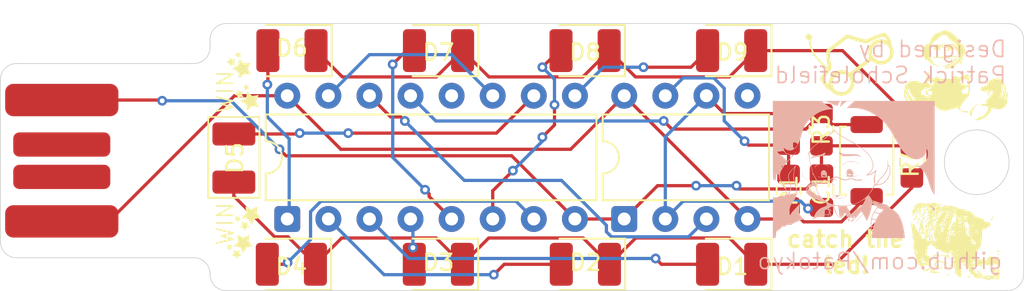
<source format=kicad_pcb>
(kicad_pcb (version 20241229) (generator "pcbnew") (generator_version "9.0")
  (layers (0 "F.Cu" signal) (2 "B.Cu" signal) (13 "F.Paste" user) (15 "B.Paste" user) (5 "F.SilkS" user "F.Silkscreen") (7 "B.SilkS" user "B.Silkscreen") (1 "F.Mask" user) (3 "B.Mask" user) (25 "Edge.Cuts" user))
  (net 0 "")
  (net 1 "Net-(U1-GND)")
  (net 2 "Net-(U1-THR)")
  (net 3 "Net-(D1-K)")
  (net 4 "Net-(D1-A)")
  (net 5 "Net-(D2-A)")
  (net 6 "Net-(D3-A)")
  (net 7 "Net-(D4-A)")
  (net 8 "Net-(D5-A)")
  (net 9 "Net-(D6-A)")
  (net 10 "Net-(D7-A)")
  (net 11 "Net-(D8-A)")
  (net 12 "Net-(D9-A)")
  (net 13 "Net-(U1-R)")
  (net 14 "Net-(U1-DIS)")
  (net 15 "Net-(U2-CKEN)")
  (net 16 "Net-(U1-Q)")
  (net 19 "Net-(U2-Q9)")
  (footprint "LED_SMD:LED_1210_3225Metric_Pad1.42x2.65mm_HandSolder" (layer "F.Cu") (at 160.861 106.0785 180)
    (property "Reference" "D1" (at -0.0495 -0.142 0) (layer "F.SilkS"))
    (property "Value" "LED")
    (pad "1" smd roundrect (at -1.4875 0 180) (size 1.425 2.65) (layers "F.Cu" "F.Mask" "F.Paste") (roundrect_rratio 0.175439) (net 3 "Net-(D1-K)"))
    (pad "2" smd roundrect (at 1.4875 0 180) (size 1.425 2.65) (layers "F.Cu" "F.Mask" "F.Paste") (roundrect_rratio 0.175439) (net 4 "Net-(D1-A)"))
  )
  (footprint "graphics:stars" (layer "F.Cu") (at 130.4105 93.7205 90)
    (property "Reference" "G" (hide yes))
    (property "Value" "LOGO" (hide yes))
  )
  (footprint "LED_SMD:LED_1210_3225Metric_Pad1.42x2.65mm_HandSolder" (layer "F.Cu") (at 142.733 106.0785 180)
    (property "Reference" "D3" (at 0 0.108 0) (layer "F.SilkS"))
    (property "Value" "LED")
    (pad "1" smd roundrect (at -1.4875 0 180) (size 1.425 2.65) (layers "F.Cu" "F.Mask" "F.Paste") (roundrect_rratio 0.175439) (net 3 "Net-(D1-K)"))
    (pad "2" smd roundrect (at 1.4875 0 180) (size 1.425 2.65) (layers "F.Cu" "F.Mask" "F.Paste") (roundrect_rratio 0.175439) (net 6 "Net-(D3-A)"))
  )
  (footprint "graphics:yak" (layer "F.Cu") (at 174.4105 104.4705)
    (property "Reference" "G***" (hide yes))
    (property "Value" "LOGO" (hide yes))
  )
  (footprint "LED_SMD:LED_1210_3225Metric_Pad1.42x2.65mm_HandSolder" (layer "F.Cu") (at 130.0905 99.511 90)
    (property "Reference" "D5" (at 0 0.07 90) (layer "F.SilkS"))
    (property "Value" "LED")
    (pad "1" smd roundrect (at -1.4875 0 90) (size 1.425 2.65) (layers "F.Cu" "F.Mask" "F.Paste") (roundrect_rratio 0.175439) (net 3 "Net-(D1-K)"))
    (pad "2" smd roundrect (at 1.4875 0 90) (size 1.425 2.65) (layers "F.Cu" "F.Mask" "F.Paste") (roundrect_rratio 0.175439) (net 8 "Net-(D5-A)"))
  )
  (footprint "Button_Switch_SMD:SW_SPST_TS-1088-xR020" (layer "F.Cu") (at 169.2065 99.6675 90)
    (property "Reference" "SW1" (hide yes))
    (property "Value" "SW_Push")
    (pad "1" smd roundrect (at -2.225 0 90) (size 1.05 2) (layers "F.Cu" "F.Mask" "F.Paste") (roundrect_rratio 0.2380952381) (net 13 "Net-(U1-R)"))
    (pad "2" smd roundrect (at 2.225 0 90) (size 1.05 2) (layers "F.Cu" "F.Mask" "F.Paste") (roundrect_rratio 0.2380952381) (net 15 "Net-(U2-CKEN)"))
  )
  (footprint "LED_SMD:LED_1210_3225Metric_Pad1.42x2.65mm_HandSolder" (layer "F.Cu") (at 160.861 92.8705 180)
    (property "Reference" "D9" (at -0.0495 -0.1 0) (layer "F.SilkS"))
    (property "Value" "LED")
    (pad "1" smd roundrect (at -1.4875 0 180) (size 1.425 2.65) (layers "F.Cu" "F.Mask" "F.Paste") (roundrect_rratio 0.175439) (net 3 "Net-(D1-K)"))
    (pad "2" smd roundrect (at 1.4875 0 180) (size 1.425 2.65) (layers "F.Cu" "F.Mask" "F.Paste") (roundrect_rratio 0.175439) (net 12 "Net-(D9-A)"))
  )
  (footprint "Package_DIP:DIP-16_W7.62mm" (layer "F.Cu") (at 133.3925 103.2795 90)
    (property "Reference" "U2" (hide yes))
    (property "Value" "4017")
    (pad "1" thru_hole roundrect (at 0 0 90) (size 1.6 1.6) (drill 0.8) (layers "*.Cu" "*.Mask") (roundrect_rratio 0.15625) (net 9 "Net-(D6-A)"))
    (pad "2" thru_hole circle (at 0 2.54 90) (size 1.6 1.6) (drill 0.8) (layers "*.Cu" "*.Mask") (net 5 "Net-(D2-A)"))
    (pad "3" thru_hole circle (at 0 5.08 90) (size 1.6 1.6) (drill 0.8) (layers "*.Cu" "*.Mask") (net 4 "Net-(D1-A)"))
    (pad "4" thru_hole circle (at 0 7.62 90) (size 1.6 1.6) (drill 0.8) (layers "*.Cu" "*.Mask") (net 6 "Net-(D3-A)"))
    (pad "5" thru_hole circle (at 0 10.16 90) (size 1.6 1.6) (drill 0.8) (layers "*.Cu" "*.Mask") (net 10 "Net-(D7-A)"))
    (pad "6" thru_hole circle (at 0 12.7 90) (size 1.6 1.6) (drill 0.8) (layers "*.Cu" "*.Mask") (net 11 "Net-(D8-A)"))
    (pad "7" thru_hole circle (at 0 15.24 90) (size 1.6 1.6) (drill 0.8) (layers "*.Cu" "*.Mask") (net 7 "Net-(D4-A)"))
    (pad "8" thru_hole circle (at 0 17.78 90) (size 1.6 1.6) (drill 0.8) (layers "*.Cu" "*.Mask") (net 1 "Net-(U1-GND)"))
    (pad "9" thru_hole circle (at 7.62 17.78 90) (size 1.6 1.6) (drill 0.8) (layers "*.Cu" "*.Mask") (net 12 "Net-(D9-A)"))
    (pad "10" thru_hole circle (at 7.62 15.24 90) (size 1.6 1.6) (drill 0.8) (layers "*.Cu" "*.Mask") (net 8 "Net-(D5-A)"))
    (pad "11" thru_hole circle (at 7.62 12.7 90) (size 1.6 1.6) (drill 0.8) (layers "*.Cu" "*.Mask") (net 19 "Net-(U2-Q9)"))
    (pad "12" thru_hole circle (at 7.62 10.16 90) (size 1.6 1.6) (drill 0.8) (layers "*.Cu" "*.Mask"))
    (pad "13" thru_hole circle (at 7.62 7.62 90) (size 1.6 1.6) (drill 0.8) (layers "*.Cu" "*.Mask") (net 15 "Net-(U2-CKEN)"))
    (pad "14" thru_hole circle (at 7.62 5.08 90) (size 1.6 1.6) (drill 0.8) (layers "*.Cu" "*.Mask") (net 16 "Net-(U1-Q)"))
    (pad "15" thru_hole circle (at 7.62 2.54 90) (size 1.6 1.6) (drill 0.8) (layers "*.Cu" "*.Mask") (net 19 "Net-(U2-Q9)"))
    (pad "16" thru_hole circle (at 7.62 0 90) (size 1.6 1.6) (drill 0.8) (layers "*.Cu" "*.Mask") (net 13 "Net-(U1-R)"))
  )
  (footprint "Resistor_SMD:R_0805_2012Metric_Pad1.20x1.40mm_HandSolder" (layer "F.Cu") (at 164.3805 97.7125 90)
    (property "Reference" "R2" (at -0.008 0.03 90) (layer "F.SilkS"))
    (property "Value" "1k")
    (pad "1" smd roundrect (at -1 0 90) (size 1.2 1.4) (layers "F.Cu" "F.Mask" "F.Paste") (roundrect_rratio 0.208333) (net 14 "Net-(U1-DIS)"))
    (pad "2" smd roundrect (at 1 0 90) (size 1.2 1.4) (layers "F.Cu" "F.Mask" "F.Paste") (roundrect_rratio 0.208333) (net 2 "Net-(U1-THR)"))
  )
  (footprint "LED_SMD:LED_1210_3225Metric_Pad1.42x2.65mm_HandSolder" (layer "F.Cu") (at 133.6465 106.0785 180)
    (property "Reference" "D4" (at 0 -0.142 0) (layer "F.SilkS"))
    (property "Value" "LED")
    (pad "1" smd roundrect (at -1.4875 0 180) (size 1.425 2.65) (layers "F.Cu" "F.Mask" "F.Paste") (roundrect_rratio 0.175439) (net 3 "Net-(D1-K)"))
    (pad "2" smd roundrect (at 1.4875 0 180) (size 1.425 2.65) (layers "F.Cu" "F.Mask" "F.Paste") (roundrect_rratio 0.175439) (net 7 "Net-(D4-A)"))
  )
  (footprint "Resistor_SMD:R_0805_2012Metric_Pad1.20x1.40mm_HandSolder" (layer "F.Cu") (at 166.4125 97.7555 -90)
    (property "Reference" "R3" (at 0 0.002 90) (layer "F.SilkS"))
    (property "Value" "10k")
    (pad "1" smd roundrect (at -1 0 270) (size 1.2 1.4) (layers "F.Cu" "F.Mask" "F.Paste") (roundrect_rratio 0.208333) (net 15 "Net-(U2-CKEN)"))
    (pad "2" smd roundrect (at 1 0 270) (size 1.2 1.4) (layers "F.Cu" "F.Mask" "F.Paste") (roundrect_rratio 0.208333) (net 1 "Net-(U1-GND)"))
  )
  (footprint "graphics:jellycar" (layer "F.Cu") (at 168.145226 93.332212)
    (property "Reference" "G***" (hide yes))
    (property "Value" "LOGO" (hide yes))
  )
  (footprint "LED_SMD:LED_1210_3225Metric_Pad1.42x2.65mm_HandSolder" (layer "F.Cu") (at 133.683 92.8705 180)
    (property "Reference" "D6" (at 0 0.15 0) (layer "F.SilkS"))
    (property "Value" "LED")
    (pad "1" smd roundrect (at -1.4875 0 180) (size 1.425 2.65) (layers "F.Cu" "F.Mask" "F.Paste") (roundrect_rratio 0.175439) (net 3 "Net-(D1-K)"))
    (pad "2" smd roundrect (at 1.4875 0 180) (size 1.425 2.65) (layers "F.Cu" "F.Mask" "F.Paste") (roundrect_rratio 0.175439) (net 9 "Net-(D6-A)"))
  )
  (footprint "Resistor_SMD:R_0805_2012Metric_Pad1.20x1.40mm_HandSolder" (layer "F.Cu") (at 164.3805 101.5225 90)
    (property "Reference" "R1" (at 0 0.03 90) (layer "F.SilkS"))
    (property "Value" "4k7")
    (pad "1" smd roundrect (at -1 0 90) (size 1.2 1.4) (layers "F.Cu" "F.Mask" "F.Paste") (roundrect_rratio 0.208333) (net 13 "Net-(U1-R)"))
    (pad "2" smd roundrect (at 1 0 90) (size 1.2 1.4) (layers "F.Cu" "F.Mask" "F.Paste") (roundrect_rratio 0.208333) (net 14 "Net-(U1-DIS)"))
  )
  (footprint "graphics:stars" (layer "F.Cu") (at 130.9105 95.7205 90)
    (property "Reference" "G" (hide yes))
    (property "Value" "LOGO" (hide yes))
  )
  (footprint "graphics:winton" (layer "F.Cu") (at 174.6605 94.4705)
    (property "Reference" "G***" (hide yes))
    (property "Value" "LOGO" (hide yes))
  )
  (footprint "LED_SMD:LED_1210_3225Metric_Pad1.42x2.65mm_HandSolder" (layer "F.Cu") (at 151.801667 92.8705 180)
    (property "Reference" "D8" (at 0 -0.1 0) (layer "F.SilkS"))
    (property "Value" "LED")
    (pad "1" smd roundrect (at -1.4875 0 180) (size 1.425 2.65) (layers "F.Cu" "F.Mask" "F.Paste") (roundrect_rratio 0.175439) (net 3 "Net-(D1-K)"))
    (pad "2" smd roundrect (at 1.4875 0 180) (size 1.425 2.65) (layers "F.Cu" "F.Mask" "F.Paste") (roundrect_rratio 0.175439) (net 11 "Net-(D8-A)"))
  )
  (footprint "Package_DIP:DIP-8_W7.62mm" (layer "F.Cu") (at 154.2205 103.2795 90)
    (property "Reference" "U1" (hide yes))
    (property "Value" "NE555P")
    (pad "1" thru_hole roundrect (at 0 0 90) (size 1.6 1.6) (drill 0.8) (layers "*.Cu" "*.Mask") (roundrect_rratio 0.15625) (net 1 "Net-(U1-GND)"))
    (pad "2" thru_hole circle (at 0 2.54 90) (size 1.6 1.6) (drill 0.8) (layers "*.Cu" "*.Mask") (net 2 "Net-(U1-THR)"))
    (pad "3" thru_hole circle (at 0 5.08 90) (size 1.6 1.6) (drill 0.8) (layers "*.Cu" "*.Mask") (net 16 "Net-(U1-Q)"))
    (pad "4" thru_hole circle (at 0 7.62 90) (size 1.6 1.6) (drill 0.8) (layers "*.Cu" "*.Mask") (net 13 "Net-(U1-R)"))
    (pad "5" thru_hole circle (at 7.62 7.62 90) (size 1.6 1.6) (drill 0.8) (layers "*.Cu" "*.Mask"))
    (pad "6" thru_hole circle (at 7.62 5.08 90) (size 1.6 1.6) (drill 0.8) (layers "*.Cu" "*.Mask") (net 2 "Net-(U1-THR)"))
    (pad "7" thru_hole circle (at 7.62 2.54 90) (size 1.6 1.6) (drill 0.8) (layers "*.Cu" "*.Mask") (net 14 "Net-(U1-DIS)"))
    (pad "8" thru_hole circle (at 7.62 0 90) (size 1.6 1.6) (drill 0.8) (layers "*.Cu" "*.Mask") (net 13 "Net-(U1-R)"))
  )
  (footprint "LED_SMD:LED_1210_3225Metric_Pad1.42x2.65mm_HandSolder" (layer "F.Cu") (at 151.8195 106.0785 180)
    (property "Reference" "D2" (at 0 0.108 0) (layer "F.SilkS"))
    (property "Value" "LED")
    (pad "1" smd roundrect (at -1.4875 0 180) (size 1.425 2.65) (layers "F.Cu" "F.Mask" "F.Paste") (roundrect_rratio 0.175439) (net 3 "Net-(D1-K)"))
    (pad "2" smd roundrect (at 1.4875 0 180) (size 1.425 2.65) (layers "F.Cu" "F.Mask" "F.Paste") (roundrect_rratio 0.175439) (net 5 "Net-(D2-A)"))
  )
  (footprint "graphics:stars" (layer "F.Cu") (at 130.9105 103.2205 180)
    (property "Reference" "G" (hide yes))
    (property "Value" "LOGO" (hide yes))
  )
  (footprint "Capacitor_SMD:C_0805_2012Metric_Pad1.18x1.45mm_HandSolder" (layer "F.Cu") (at 166.4125 101.528 90)
    (property "Reference" "C1" (at 0.0575 -0.002 90) (layer "F.SilkS"))
    (property "Value" "10u")
    (pad "1" smd roundrect (at -1.0375 0 90) (size 1.175 1.45) (layers "F.Cu" "F.Mask" "F.Paste") (roundrect_rratio 0.212766) (net 2 "Net-(U1-THR)"))
    (pad "2" smd roundrect (at 1.0375 0 90) (size 1.175 1.45) (layers "F.Cu" "F.Mask" "F.Paste") (roundrect_rratio 0.212766) (net 1 "Net-(U1-GND)"))
  )
  (footprint "Resistor_SMD:R_0805_2012Metric_Pad1.20x1.40mm_HandSolder" (layer "F.Cu") (at 172.0005 99.7445 90)
    (property "Reference" "R4" (at 0 -0.09 90) (layer "F.SilkS"))
    (property "Value" "330")
    (pad "1" smd roundrect (at -1 0 90) (size 1.2 1.4) (layers "F.Cu" "F.Mask" "F.Paste") (roundrect_rratio 0.208333) (net 3 "Net-(D1-K)"))
    (pad "2" smd roundrect (at 1 0 90) (size 1.2 1.4) (layers "F.Cu" "F.Mask" "F.Paste") (roundrect_rratio 0.208333) (net 1 "Net-(U1-GND)"))
  )
  (footprint "graphics:stars" (layer "F.Cu") (at 130.4105 104.9705 180)
    (property "Reference" "G" (hide yes))
    (property "Value" "LOGO" (hide yes))
  )
  (footprint "LED_SMD:LED_1210_3225Metric_Pad1.42x2.65mm_HandSolder" (layer "F.Cu") (at 142.742333 92.8705 180)
    (property "Reference" "D7" (at 0 -0.1 0) (layer "F.SilkS"))
    (property "Value" "LED")
    (pad "1" smd roundrect (at -1.4875 0 180) (size 1.425 2.65) (layers "F.Cu" "F.Mask" "F.Paste") (roundrect_rratio 0.175439) (net 3 "Net-(D1-K)"))
    (pad "2" smd roundrect (at 1.4875 0 180) (size 1.425 2.65) (layers "F.Cu" "F.Mask" "F.Paste") (roundrect_rratio 0.175439) (net 10 "Net-(D7-A)"))
  )
  (footprint "custom_footprint_library:PCB_USB_connector" (layer "F.Cu") (at 119.454 99.6765)
    (property "Reference" "U3" (hide yes))
    (property "Value" "~")
    (pad "1" smd roundrect (at 0 3.75) (size 7 2) (layers "F.Cu" "F.Mask" "F.Paste") (net 13 "Net-(U1-R)"))
    (pad "2" smd roundrect (at 0 1) (size 6 1.5) (layers "F.Cu" "F.Mask" "F.Paste"))
    (pad "3" smd roundrect (at 0 -1) (size 6 1.5) (layers "F.Cu" "F.Mask" "F.Paste"))
    (pad "4" smd roundrect (at 0 -3.75) (size 7 2) (layers "F.Cu" "F.Mask" "F.Paste") (net 1 "Net-(U1-GND)"))
  )
  (footprint "graphics:hazel10" (layer "B.Cu") (at 168.4105 100.2205 180)
    (property "Reference" "G***" (hide yes))
    (property "Value" "LOGO" (hide yes))
  )
  (gr_line (start 131.6605 96.9705) (end 131.6755 97.911) (stroke (width 0.1)) (layer "F.SilkS"))
  (gr_line (start 128.5055 96.9705) (end 131.6605 96.9705) (stroke (width 0.1)) (layer "F.SilkS"))
  (gr_line (start 128.5055 97.911) (end 128.5055 96.9705) (stroke (width 0.1)) (layer "F.SilkS"))
  (gr_line (start 178.910991 92.1945) (end 178.910991 106.7045) (stroke (width 0.05)) (layer "Edge.Cuts"))
  (gr_line (start 128.618991 92.6705) (end 128.618991 92.1945) (stroke (width 0.05)) (layer "Edge.Cuts"))
  (gr_arc (start 128.618991 92.6705) (mid 128.326098 93.377607) (end 127.618991 93.6705) (stroke (width 0.05)) (layer "Edge.Cuts"))
  (gr_line (start 127.618991 105.6725) (end 116.6605 105.6725) (stroke (width 0.05)) (layer "Edge.Cuts"))
  (gr_circle (center 176.0105 99.7705) (end 178.0105 99.7705) (stroke (width 0.05)) (fill no) (layer "Edge.Cuts"))
  (gr_line (start 128.618991 106.7045) (end 128.618991 106.6725) (stroke (width 0.05)) (layer "Edge.Cuts"))
  (gr_arc (start 127.618991 105.6725) (mid 128.326098 105.965393) (end 128.618991 106.6725) (stroke (width 0.05)) (layer "Edge.Cuts"))
  (gr_arc (start 129.618991 107.7045) (mid 128.911884 107.411607) (end 128.618991 106.7045) (stroke (width 0.05)) (layer "Edge.Cuts"))
  (gr_line (start 116.6605 93.6705) (end 127.618991 93.6705) (stroke (width 0.05)) (layer "Edge.Cuts"))
  (gr_arc (start 178.910991 106.7045) (mid 178.618097 107.411604) (end 177.910991 107.7045) (stroke (width 0.05)) (layer "Edge.Cuts"))
  (gr_arc (start 177.910991 91.1945) (mid 178.618104 91.48739) (end 178.910991 92.1945) (stroke (width 0.05)) (layer "Edge.Cuts"))
  (gr_arc (start 115.6605 94.6705) (mid 115.953393 93.96339) (end 116.6605 93.6705) (stroke (width 0.05)) (layer "Edge.Cuts"))
  (gr_arc (start 116.6605 105.6725) (mid 115.953399 105.379604) (end 115.6605 104.6725) (stroke (width 0.05)) (layer "Edge.Cuts"))
  (gr_line (start 115.6605 104.6725) (end 115.6605 94.6705) (stroke (width 0.05)) (layer "Edge.Cuts"))
  (gr_line (start 129.618991 91.1945) (end 177.910991 91.1945) (stroke (width 0.05)) (layer "Edge.Cuts"))
  (gr_arc (start 128.618991 92.1945) (mid 128.911884 91.487393) (end 129.618991 91.1945) (stroke (width 0.05)) (layer "Edge.Cuts"))
  (gr_line (start 177.910991 107.7045) (end 129.618991 107.7045) (stroke (width 0.05)) (layer "Edge.Cuts"))
  (gr_text "catch the\n   led!" (at 164.1605 106.7205 0) (layer "F.SilkS") (effects (font (size 1 1) (thickness 0.2) (bold yes)) (justify left bottom)))
  (gr_text "WIN" (at 130.1605 96.814797 90) (layer "F.SilkS") (effects (font (size 1 1) (thickness 0.1)) (justify left bottom)))
  (gr_text "WIN" (at 130.1605 104.9705 90) (layer "F.SilkS") (effects (font (size 1 1) (thickness 0.1)) (justify left bottom)))
  (gr_text "github.com/Patokyo" (at 177.6605 106.4705 0) (layer "B.SilkS") (effects (font (size 1 1) (thickness 0.1)) (justify left bottom mirror)))
  (gr_text "Designed by\nPatrick Scholefield" (at 177.9105 94.9705 0) (layer "B.SilkS") (effects (font (size 1 1) (thickness 0.1)) (justify left bottom mirror)))
  (segment (start 119.454 95.9265) (end 125.6165 95.9265) (width 0.2) (layer "F.Cu") (net 1))
  (segment (start 133.3115 99.3715) (end 147.2645 99.3715) (width 0.2) (layer "F.Cu") (net 1))
  (segment (start 171.9895 98.7555) (end 172.0005 98.7445) (width 0.2) (layer "F.Cu") (net 1))
  (segment (start 151.1725 103.2795) (end 154.2205 103.2795) (width 0.2) (layer "F.Cu") (net 1))
  (segment (start 156.2795 101.2205) (end 158.6605 101.2205) (width 0.2) (layer "F.Cu") (net 1))
  (segment (start 166.4125 100.4905) (end 166.4125 98.7555) (width 0.2) (layer "F.Cu") (net 1))
  (segment (start 166.4125 98.7555) (end 171.9895 98.7555) (width 0.2) (layer "F.Cu") (net 1))
  (segment (start 154.2205 103.2795) (end 156.2795 101.2205) (width 0.2) (layer "F.Cu") (net 1))
  (segment (start 125.6165 95.9265) (end 125.6605 95.9705) (width 0.2) (layer "F.Cu") (net 1))
  (segment (start 161.3635 101.4235) (end 165.4795 101.4235) (width 0.2) (layer "F.Cu") (net 1))
  (segment (start 165.4795 101.4235) (end 166.4125 100.4905) (width 0.2) (layer "F.Cu") (net 1))
  (segment (start 132.9105 98.9705) (end 133.3115 99.3715) (width 0.2) (layer "F.Cu") (net 1))
  (segment (start 147.2645 99.3715) (end 151.1725 103.2795) (width 0.2) (layer "F.Cu") (net 1))
  (segment (start 161.1605 101.2205) (end 161.3635 101.4235) (width 0.2) (layer "F.Cu") (net 1))
  (via (at 161.1605 101.2205) (size 0.6) (drill 0.3) (layers "F.Cu" "B.Cu") (net 1))
  (via (at 125.6605 95.9705) (size 0.6) (drill 0.3) (layers "F.Cu" "B.Cu") (net 1))
  (via (at 158.6605 101.2205) (size 0.6) (drill 0.3) (layers "F.Cu" "B.Cu") (net 1))
  (via (at 132.9105 98.9705) (size 0.6) (drill 0.3) (layers "F.Cu" "B.Cu") (net 1))
  (segment (start 158.6605 101.2205) (end 161.1605 101.2205) (width 0.2) (layer "B.Cu") (net 1))
  (segment (start 125.6605 95.9705) (end 129.9105 95.9705) (width 0.2) (layer "B.Cu") (net 1))
  (segment (start 129.9105 95.9705) (end 132.9105 98.9705) (width 0.2) (layer "B.Cu") (net 1))
  (segment (start 165.648403 102.5655) (end 165.5805 102.633403) (width 0.2) (layer "F.Cu") (net 2))
  (segment (start 159.3005 95.6595) (end 160.4015 96.7605) (width 0.2) (layer "F.Cu") (net 2))
  (segment (start 166.4125 102.5655) (end 165.648403 102.5655) (width 0.2) (layer "F.Cu") (net 2))
  (segment (start 164.3325 96.7605) (end 164.3805 96.7125) (width 0.2) (layer "F.Cu") (net 2))
  (segment (start 160.4015 96.7605) (end 164.3325 96.7605) (width 0.2) (layer "F.Cu") (net 2))
  (via (at 165.5805 102.633403) (size 0.6) (drill 0.3) (layers "F.Cu" "B.Cu") (net 2))
  (segment (start 157.8615 102.1785) (end 156.7605 103.2795) (width 0.2) (layer "B.Cu") (net 2))
  (segment (start 165.5805 102.633403) (end 165.125597 102.1785) (width 0.2) (layer "B.Cu") (net 2))
  (segment (start 156.7605 103.2795) (end 156.7605 98.1995) (width 0.2) (layer "B.Cu") (net 2))
  (segment (start 165.125597 102.1785) (end 157.8615 102.1785) (width 0.2) (layer "B.Cu") (net 2))
  (segment (start 156.7605 98.1995) (end 159.3005 95.6595) (width 0.2) (layer "B.Cu") (net 2))
  (segment (start 162.3485 106.0785) (end 160.7225 104.4525) (width 0.2) (layer "F.Cu") (net 3))
  (segment (start 136.76 104.4525) (end 135.134 106.0785) (width 0.2) (layer "F.Cu") (net 3))
  (segment (start 154.915167 94.4965) (end 153.289167 92.8705) (width 0.2) (layer "F.Cu") (net 3))
  (segment (start 151.663167 94.4965) (end 145.855833 94.4965) (width 0.2) (layer "F.Cu") (net 3))
  (segment (start 133.436 104.3805) (end 132.60734 104.3805) (width 0.2) (layer "F.Cu") (net 3))
  (segment (start 136.7965 94.4965) (end 135.1705 92.8705) (width 0.2) (layer "F.Cu") (net 3))
  (segment (start 142.603833 94.4965) (end 136.7965 94.4965) (width 0.2) (layer "F.Cu") (net 3))
  (segment (start 173.0015 98.15934) (end 167.71266 92.8705) (width 0.2) (layer "F.Cu") (net 3))
  (segment (start 144.229833 92.8705) (end 142.603833 94.4965) (width 0.2) (layer "F.Cu") (net 3))
  (segment (start 167.2665 106.0785) (end 162.3485 106.0785) (width 0.2) (layer "F.Cu") (net 3))
  (segment (start 172.0005 101.3445) (end 167.2665 106.0785) (width 0.2) (layer "F.Cu") (net 3))
  (segment (start 135.134 106.0785) (end 133.436 104.3805) (width 0.2) (layer "F.Cu") (net 3))
  (segment (start 132.60734 104.3805) (end 130.0905 101.86366) (width 0.2) (layer "F.Cu") (net 3))
  (segment (start 160.7225 94.4965) (end 154.915167 94.4965) (width 0.2) (layer "F.Cu") (net 3))
  (segment (start 153.307 106.0785) (end 151.681 104.4525) (width 0.2) (layer "F.Cu") (net 3))
  (segment (start 173.0015 99.7435) (end 173.0015 98.15934) (width 0.2) (layer "F.Cu") (net 3))
  (segment (start 145.8465 104.4525) (end 144.2205 106.0785) (width 0.2) (layer "F.Cu") (net 3))
  (segment (start 172.0005 100.7445) (end 172.0005 101.3445) (width 0.2) (layer "F.Cu") (net 3))
  (segment (start 172.0005 100.7445) (end 173.0015 99.7435) (width 0.2) (layer "F.Cu") (net 3))
  (segment (start 145.855833 94.4965) (end 144.229833 92.8705) (width 0.2) (layer "F.Cu") (net 3))
  (segment (start 144.2205 106.0785) (end 142.5945 104.4525) (width 0.2) (layer "F.Cu") (net 3))
  (segment (start 167.71266 92.8705) (end 162.3485 92.8705) (width 0.2) (layer "F.Cu") (net 3))
  (segment (start 160.7225 104.4525) (end 154.933 104.4525) (width 0.2) (layer "F.Cu") (net 3))
  (segment (start 142.5945 104.4525) (end 136.76 104.4525) (width 0.2) (layer "F.Cu") (net 3))
  (segment (start 154.933 104.4525) (end 153.307 106.0785) (width 0.2) (layer "F.Cu") (net 3))
  (segment (start 153.289167 92.8705) (end 151.663167 94.4965) (width 0.2) (layer "F.Cu") (net 3))
  (segment (start 151.681 104.4525) (end 145.8465 104.4525) (width 0.2) (layer "F.Cu") (net 3))
  (segment (start 130.0905 101.86366) (end 130.0905 100.9985) (width 0.2) (layer "F.Cu") (net 3))
  (segment (start 162.3485 92.8705) (end 160.7225 94.4965) (width 0.2) (layer "F.Cu") (net 3))
  (segment (start 159.3735 106.0785) (end 156.5185 106.0785) (width 0.2) (layer "F.Cu") (net 4))
  (segment (start 156.5185 106.0785) (end 156.1605 105.7205) (width 0.2) (layer "F.Cu") (net 4))
  (via (at 156.1605 105.7205) (size 0.6) (drill 0.3) (layers "F.Cu" "B.Cu") (net 4))
  (segment (start 140.9135 105.7205) (end 138.4725 103.2795) (width 0.2) (layer "B.Cu") (net 4))
  (segment (start 156.1605 105.7205) (end 140.9135 105.7205) (width 0.2) (layer "B.Cu") (net 4))
  (segment (start 150.332 106.0785) (end 146.8025 106.0785) (width 0.2) (layer "F.Cu") (net 5))
  (segment (start 146.8025 106.0785) (end 146.1605 106.7205) (width 0.2) (layer "F.Cu") (net 5))
  (via (at 146.1605 106.7205) (size 0.6) (drill 0.3) (layers "F.Cu" "B.Cu") (net 5))
  (segment (start 139.3735 106.7205) (end 135.9325 103.2795) (width 0.2) (layer "B.Cu") (net 5))
  (segment (start 146.1605 106.7205) (end 139.3735 106.7205) (width 0.2) (layer "B.Cu") (net 5))
  (segment (start 141.2455 106.0785) (end 141.2455 105.1375) (width 0.2) (layer "F.Cu") (net 6))
  (segment (start 141.2455 105.1375) (end 141.1605 105.0525) (width 0.2) (layer "F.Cu") (net 6))
  (via (at 141.1605 105.0525) (size 0.6) (drill 0.3) (layers "F.Cu" "B.Cu") (net 6))
  (segment (start 141.1605 105.0525) (end 141.1605 103.4275) (width 0.2) (layer "B.Cu") (net 6))
  (segment (start 141.1605 103.4275) (end 141.0125 103.2795) (width 0.2) (layer "B.Cu") (net 6))
  (segment (start 133.3025 106.0785) (end 133.4105 105.9705) (width 0.2) (layer "F.Cu") (net 7))
  (segment (start 132.159 106.0785) (end 133.3025 106.0785) (width 0.2) (layer "F.Cu") (net 7))
  (via (at 133.4105 105.9705) (size 0.6) (drill 0.3) (layers "F.Cu" "B.Cu") (net 7))
  (segment (start 147.5315 102.1785) (end 148.6325 103.2795) (width 0.2) (layer "B.Cu") (net 7))
  (segment (start 134.8315 102.82345) (end 135.47645 102.1785) (width 0.2) (layer "B.Cu") (net 7))
  (segment (start 133.4105 105.9705) (end 134.8315 104.5495) (width 0.2) (layer "B.Cu") (net 7))
  (segment (start 135.47645 102.1785) (end 147.5315 102.1785) (width 0.2) (layer "B.Cu") (net 7))
  (segment (start 134.8315 104.5495) (end 134.8315 102.82345) (width 0.2) (layer "B.Cu") (net 7))
  (segment (start 130.0905 98.0235) (end 134.1075 98.0235) (width 0.2) (layer "F.Cu") (net 8))
  (segment (start 137.1605 97.9705) (end 146.3215 97.9705) (width 0.2) (layer "F.Cu") (net 8))
  (segment (start 146.3215 97.9705) (end 148.6325 95.6595) (width 0.2) (layer "F.Cu") (net 8))
  (segment (start 134.1075 98.0235) (end 134.1605 97.9705) (width 0.2) (layer "F.Cu") (net 8))
  (via (at 134.1605 97.9705) (size 0.6) (drill 0.3) (layers "F.Cu" "B.Cu") (net 8))
  (via (at 137.1605 97.9705) (size 0.6) (drill 0.3) (layers "F.Cu" "B.Cu") (net 8))
  (segment (start 134.1605 97.9705) (end 137.1605 97.9705) (width 0.2) (layer "B.Cu") (net 8))
  (segment (start 132.1955 92.8705) (end 132.1955 94.9355) (width 0.2) (layer "F.Cu") (net 9))
  (segment (start 132.1955 94.9355) (end 132.1605 94.9705) (width 0.2) (layer "F.Cu") (net 9))
  (via (at 132.1605 94.9705) (size 0.6) (drill 0.3) (layers "F.Cu" "B.Cu") (net 9))
  (segment (start 133.5115 98.3215) (end 133.5115 103.1605) (width 0.2) (layer "B.Cu") (net 9))
  (segment (start 133.5115 103.1605) (end 133.3925 103.2795) (width 0.2) (layer "B.Cu") (net 9))
  (segment (start 132.1605 96.9705) (end 133.5115 98.3215) (width 0.2) (layer "B.Cu") (net 9))
  (segment (start 132.1605 94.9705) (end 132.1605 96.9705) (width 0.2) (layer "B.Cu") (net 9))
  (segment (start 141.9105 101.4705) (end 142.1605 101.7205) (width 0.2) (layer "F.Cu") (net 10))
  (segment (start 141.254833 92.8705) (end 140.7605 92.8705) (width 0.2) (layer "F.Cu") (net 10))
  (segment (start 140.7605 92.8705) (end 139.9105 93.7205) (width 0.2) (layer "F.Cu") (net 10))
  (segment (start 142.1605 101.7205) (end 142.1605 101.8875) (width 0.2) (layer "F.Cu") (net 10))
  (segment (start 142.1605 101.8875) (end 143.5525 103.2795) (width 0.2) (layer "F.Cu") (net 10))
  (via (at 141.9105 101.4705) (size 0.6) (drill 0.3) (layers "F.Cu" "B.Cu") (net 10))
  (via (at 139.9105 93.7205) (size 0.6) (drill 0.3) (layers "F.Cu" "B.Cu") (net 10))
  (segment (start 139.9105 93.7205) (end 139.9105 99.4705) (width 0.2) (layer "B.Cu") (net 10))
  (segment (start 139.9105 99.4705) (end 141.9105 101.4705) (width 0.2) (layer "B.Cu") (net 10))
  (segment (start 149.9105 96.2205) (end 149.9105 97.4705) (width 0.2) (layer "F.Cu") (net 11))
  (segment (start 150.1865 92.8705) (end 149.1605 93.8965) (width 0.2) (layer "F.Cu") (net 11))
  (segment (start 147.337735 100.293265) (end 146.0925 101.5385) (width 0.2) (layer "F.Cu") (net 11))
  (segment (start 149.9105 97.4705) (end 149.1605 98.2205) (width 0.2) (layer "F.Cu") (net 11))
  (segment (start 146.0925 101.5385) (end 146.0925 103.2795) (width 0.2) (layer "F.Cu") (net 11))
  (segment (start 150.314167 92.8705) (end 150.1865 92.8705) (width 0.2) (layer "F.Cu") (net 11))
  (via (at 147.337735 100.293265) (size 0.6) (drill 0.3) (layers "F.Cu" "B.Cu") (net 11))
  (via (at 149.1605 93.8965) (size 0.6) (drill 0.3) (layers "F.Cu" "B.Cu") (net 11))
  (via (at 149.1605 98.2205) (size 0.6) (drill 0.3) (layers "F.Cu" "B.Cu") (net 11))
  (via (at 149.9105 96.2205) (size 0.6) (drill 0.3) (layers "F.Cu" "B.Cu") (net 11))
  (segment (start 149.1605 93.8965) (end 149.9105 94.6465) (width 0.2) (layer "B.Cu") (net 11))
  (segment (start 149.1605 98.4705) (end 149.1605 98.2205) (width 0.2) (layer "B.Cu") (net 11))
  (segment (start 147.337735 100.293265) (end 149.1605 98.4705) (width 0.2) (layer "B.Cu") (net 11))
  (segment (start 149.9105 94.6465) (end 149.9105 96.2205) (width 0.2) (layer "B.Cu") (net 11))
  (segment (start 159.3735 92.8705) (end 158.3475 93.8965) (width 0.2) (layer "F.Cu") (net 12))
  (segment (start 158.3475 93.8965) (end 155.4105 93.8965) (width 0.2) (layer "F.Cu") (net 12))
  (via (at 155.4105 93.8965) (size 0.6) (drill 0.3) (layers "F.Cu" "B.Cu") (net 12))
  (segment (start 155.4105 93.8965) (end 152.9355 93.8965) (width 0.2) (layer "B.Cu") (net 12))
  (segment (start 152.9355 93.8965) (end 151.1725 95.6595) (width 0.2) (layer "B.Cu") (net 12))
  (segment (start 165.312 103.454) (end 167.645 103.454) (width 0.2) (layer "F.Cu") (net 13))
  (segment (start 119.454 103.4265) (end 122.36384 103.4265) (width 0.2) (layer "F.Cu") (net 13))
  (segment (start 161.8405 103.2795) (end 163.6235 103.2795) (width 0.2) (layer "F.Cu") (net 13))
  (segment (start 150.9095 98.9705) (end 154.2205 95.6595) (width 0.2) (layer "F.Cu") (net 13))
  (segment (start 164.3805 102.5225) (end 165.312 103.454) (width 0.2) (layer "F.Cu") (net 13))
  (segment (start 136.7035 98.9705) (end 150.9095 98.9705) (width 0.2) (layer "F.Cu") (net 13))
  (segment (start 163.6235 103.2795) (end 164.3805 102.5225) (width 0.2) (layer "F.Cu") (net 13))
  (segment (start 122.36384 103.4265) (end 130.13084 95.6595) (width 0.2) (layer "F.Cu") (net 13))
  (segment (start 154.2205 95.6595) (end 161.8405 103.2795) (width 0.2) (layer "F.Cu") (net 13))
  (segment (start 167.645 103.454) (end 169.2065 101.8925) (width 0.2) (layer "F.Cu") (net 13))
  (segment (start 133.3925 95.6595) (end 136.7035 98.9705) (width 0.2) (layer "F.Cu") (net 13))
  (segment (start 130.13084 95.6595) (end 133.3925 95.6595) (width 0.2) (layer "F.Cu") (net 13))
  (segment (start 164.3805 98.7125) (end 161.9025 98.7125) (width 0.2) (layer "F.Cu") (net 14))
  (segment (start 164.3805 100.5225) (end 164.3805 98.7125) (width 0.2) (layer "F.Cu") (net 14))
  (segment (start 161.9025 98.7125) (end 161.6605 98.4705) (width 0.2) (layer "F.Cu") (net 14))
  (via (at 161.6605 98.4705) (size 0.6) (drill 0.3) (layers "F.Cu" "B.Cu") (net 14))
  (segment (start 157.8615 94.5585) (end 156.7605 95.6595) (width 0.2) (layer "B.Cu") (net 14))
  (segment (start 161.6605 98.4705) (end 160.4015 97.2115) (width 0.2) (layer "B.Cu") (net 14))
  (segment (start 160.4015 95.20345) (end 159.75655 94.5585) (width 0.2) (layer "B.Cu") (net 14))
  (segment (start 160.4015 97.2115) (end 160.4015 95.20345) (width 0.2) (layer "B.Cu") (net 14))
  (segment (start 159.75655 94.5585) (end 157.8615 94.5585) (width 0.2) (layer "B.Cu") (net 14))
  (segment (start 166.4125 96.7555) (end 165.4475 97.7205) (width 0.2) (layer "F.Cu") (net 15))
  (segment (start 165.4475 97.7205) (end 157.1605 97.7205) (width 0.2) (layer "F.Cu") (net 15))
  (segment (start 167.0995 97.4425) (end 166.4125 96.7555) (width 0.2) (layer "F.Cu") (net 15))
  (segment (start 157.1605 97.7205) (end 156.6605 97.2205) (width 0.2) (layer "F.Cu") (net 15))
  (segment (start 169.2065 97.4425) (end 167.0995 97.4425) (width 0.2) (layer "F.Cu") (net 15))
  (via (at 156.6605 97.2205) (size 0.6) (drill 0.3) (layers "F.Cu" "B.Cu") (net 15))
  (segment (start 156.6605 97.2205) (end 142.5735 97.2205) (width 0.2) (layer "B.Cu") (net 15))
  (segment (start 142.5735 97.2205) (end 141.0125 95.6595) (width 0.2) (layer "B.Cu") (net 15))
  (segment (start 140.4105 96.9705) (end 139.7835 96.9705) (width 0.2) (layer "F.Cu") (net 16))
  (segment (start 139.7835 96.9705) (end 138.4725 95.6595) (width 0.2) (layer "F.Cu") (net 16))
  (segment (start 140.6605 97.2205) (end 140.4105 96.9705) (width 0.2) (layer "F.Cu") (net 16))
  (via (at 140.6605 97.2205) (size 0.6) (drill 0.3) (layers "F.Cu" "B.Cu") (net 16))
  (segment (start 153.1195 104.06466) (end 153.1195 103.66945) (width 0.2) (layer "B.Cu") (net 16))
  (segment (start 144.334265 100.894265) (end 140.6605 97.2205) (width 0.2) (layer "B.Cu") (net 16))
  (segment (start 158.1995 104.3805) (end 153.43534 104.3805) (width 0.2) (layer "B.Cu") (net 16))
  (segment (start 153.43534 104.3805) (end 153.1195 104.06466) (width 0.2) (layer "B.Cu") (net 16))
  (segment (start 159.3005 103.2795) (end 158.1995 104.3805) (width 0.2) (layer "B.Cu") (net 16))
  (segment (start 150.344315 100.894265) (end 144.334265 100.894265) (width 0.2) (layer "B.Cu") (net 16))
  (segment (start 153.1195 103.66945) (end 150.344315 100.894265) (width 0.2) (layer "B.Cu") (net 16))
  (segment (start 138.4725 93.1195) (end 143.5525 93.1195) (width 0.2) (layer "B.Cu") (net 19))
  (segment (start 143.5525 93.1195) (end 146.0925 95.6595) (width 0.2) (layer "B.Cu") (net 19))
  (segment (start 135.9325 95.6595) (end 138.4725 93.1195) (width 0.2) (layer "B.Cu") (net 19))
)
</source>
